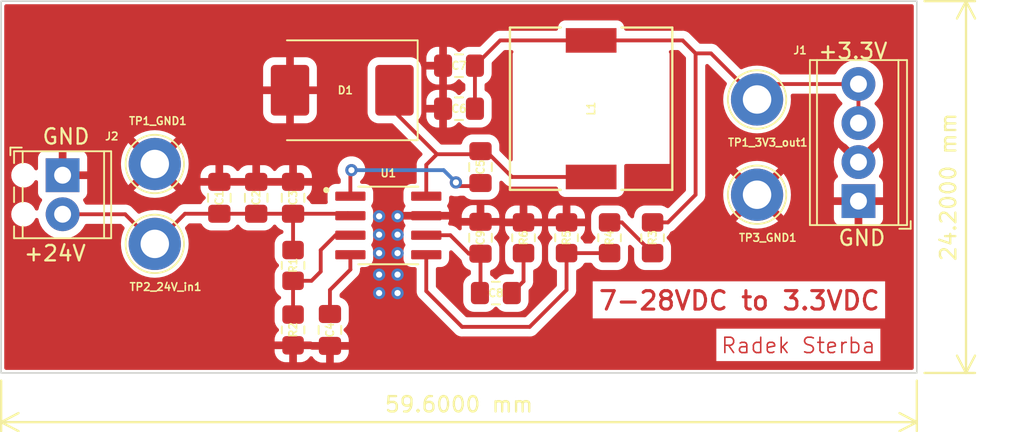
<source format=kicad_pcb>
(kicad_pcb (version 20221018) (generator pcbnew)
  (layers (0 "F.Cu" signal) (31 "B.Cu" signal) (34 "B.Paste" user) (35 "F.Paste" user) (36 "B.SilkS" user "B.Silkscreen") (37 "F.SilkS" user "F.Silkscreen") (38 "B.Mask" user) (39 "F.Mask" user) (44 "Edge.Cuts" user))
  (net 0 "")
  (net 1 "+24V")
  (net 2 "GND")
  (net 3 "Net-(U1-SS)")
  (net 4 "Net-(U1-EN)")
  (net 5 "Net-(D1-K)")
  (net 6 "Net-(U1-BOOT)")
  (net 7 "+3V3")
  (net 8 "Net-(R3-Pad2)")
  (net 9 "Net-(U1-VSENSE)")
  (net 10 "Net-(U1-COMP)")
  (net 11 "Net-(C8-Pad2)")
  (footprint "footprintsr:DR1030" (layer "F.Cu") (at 162.8 79 90)
    (fp_text reference "L1" (at 0 0 90 unlocked) (layer "F.SilkS") (effects (font (size 0.5 0.5) (thickness 0.1))))
    (fp_text value "DR1030-6R8-R")
    (fp_line (start -5.2832 -5.2832) (end 5.2832 -5.2832) (stroke (width 0.1524)) (layer "F.SilkS"))
    (fp_line (start -5.2832 -1.981552) (end -5.2832 -5.2832) (stroke (width 0.1524)) (layer "F.SilkS"))
    (fp_line (start -5.2832 5.2832) (end -5.2832 1.981552) (stroke (width 0.1524)) (layer "F.SilkS"))
    (fp_line (start 5.2832 -5.2832) (end 5.2832 -1.981552) (stroke (width 0.1524)) (layer "F.SilkS"))
    (fp_line (start 5.2832 1.981552) (end 5.2832 5.2832) (stroke (width 0.1524)) (layer "F.SilkS"))
    (fp_line (start 5.2832 5.2832) (end -5.2832 5.2832) (stroke (width 0.1524)) (layer "F.SilkS"))
    (pad "1" smd rect (at -4.445 0 90) (size 1.6002 3.302) (layers "F.Cu" "F.Paste" "F.Mask") (net 5 "Net-(D1-K)"))
    (pad "2" smd rect (at 4.445 0 90) (size 1.6002 3.302) (layers "F.Cu" "F.Paste" "F.Mask") (net 7 "+3V3"))
    (zone (net 0) (net_name "") (layer "F.Cu") (connect_pads (clearance 0)) (min_thickness 0.254)
      (keepout (tracks not_allowed) (vias not_allowed) (pads allowed) (copperpour not_allowed) (footprints allowed))
      (fill (thermal_gap 0.508) (thermal_bridge_width 0.508))
      (polygon (pts (xy 157.6946 82.5941) (xy 157.6946 75.4059) (xy 167.9054 75.4059) (xy 167.9054 82.5941)))
    )
  )
  (footprint "Capacitor_SMD:C_0805_2012Metric_Pad1.18x1.45mm_HandSolder" (layer "F.Cu") (at 155.6 82.8 -90)
    (fp_text reference "C5" (at 0 0 -90) (layer "F.SilkS") (effects (font (size 0.5 0.5) (thickness 0.1))))
    (fp_text value "0.1u" hide)
    (fp_line (start -0.261252 -0.735) (end 0.261252 -0.735) (stroke (width 0.12)) (layer "F.SilkS"))
    (fp_line (start -0.261252 0.735) (end 0.261252 0.735) (stroke (width 0.12)) (layer "F.SilkS"))
    (pad "1" smd roundrect (at -1.0375 0 270) (size 1.175 1.45) (layers "F.Cu" "F.Paste" "F.Mask") (roundrect_rratio 0.2127659574) (net 5 "Net-(D1-K)"))
    (pad "2" smd roundrect (at 1.0375 0 270) (size 1.175 1.45) (layers "F.Cu" "F.Paste" "F.Mask") (roundrect_rratio 0.2127659574) (net 6 "Net-(U1-BOOT)"))
  )
  (footprint "Resistor_SMD:R_0805_2012Metric_Pad1.20x1.40mm_HandSolder" (layer "F.Cu") (at 143.4 89.2 -90)
    (fp_text reference "R1" (at 0 0 -90) (layer "F.SilkS") (effects (font (size 0.5 0.5) (thickness 0.1))))
    (fp_text value "332k" hide)
    (fp_line (start -0.227064 -0.735) (end 0.227064 -0.735) (stroke (width 0.12)) (layer "F.SilkS"))
    (fp_line (start -0.227064 0.735) (end 0.227064 0.735) (stroke (width 0.12)) (layer "F.SilkS"))
    (pad "1" smd roundrect (at -1 0 270) (size 1.2 1.4) (layers "F.Cu" "F.Paste" "F.Mask") (roundrect_rratio 0.2083333333) (net 1 "+24V"))
    (pad "2" smd roundrect (at 1 0 270) (size 1.2 1.4) (layers "F.Cu" "F.Paste" "F.Mask") (roundrect_rratio 0.2083333333) (net 4 "Net-(U1-EN)"))
  )
  (footprint "Capacitor_SMD:C_0805_2012Metric_Pad1.18x1.45mm_HandSolder" (layer "F.Cu") (at 145.8 93.4 -90)
    (fp_text reference "C4" (at 0 0 -90) (layer "F.SilkS") (effects (font (size 0.5 0.5) (thickness 0.1))))
    (fp_text value "0.01u" hide)
    (fp_line (start -0.261252 -0.735) (end 0.261252 -0.735) (stroke (width 0.12)) (layer "F.SilkS"))
    (fp_line (start -0.261252 0.735) (end 0.261252 0.735) (stroke (width 0.12)) (layer "F.SilkS"))
    (pad "1" smd roundrect (at -1.0375 0 270) (size 1.175 1.45) (layers "F.Cu" "F.Paste" "F.Mask") (roundrect_rratio 0.2127659574) (net 3 "Net-(U1-SS)"))
    (pad "2" smd roundrect (at 1.0375 0 270) (size 1.175 1.45) (layers "F.Cu" "F.Paste" "F.Mask") (roundrect_rratio 0.2127659574) (net 2 "GND"))
  )
  (footprint "Capacitor_SMD:C_0805_2012Metric_Pad1.18x1.45mm_HandSolder" (layer "F.Cu") (at 156.6 91)
    (fp_text reference "C8" (at 0 0 180) (layer "F.SilkS") (effects (font (size 0.5 0.5) (thickness 0.1))))
    (fp_text value "1000p" hide)
    (fp_line (start -0.261252 -0.735) (end 0.261252 -0.735) (stroke (width 0.12)) (layer "F.SilkS"))
    (fp_line (start -0.261252 0.735) (end 0.261252 0.735) (stroke (width 0.12)) (layer "F.SilkS"))
    (pad "1" smd roundrect (at -1.0375 0) (size 1.175 1.45) (layers "F.Cu" "F.Paste" "F.Mask") (roundrect_rratio 0.2127659574) (net 10 "Net-(U1-COMP)"))
    (pad "2" smd roundrect (at 1.0375 0) (size 1.175 1.45) (layers "F.Cu" "F.Paste" "F.Mask") (roundrect_rratio 0.2127659574) (net 11 "Net-(C8-Pad2)"))
  )
  (footprint "Diode_SMD:D_SMC" (layer "F.Cu") (at 146.6 77.8 180)
    (fp_text reference "D1" (at -0.2 0) (layer "F.SilkS") (effects (font (size 0.5 0.5) (thickness 0.1))))
    (fp_text value "B340")
    (fp_line (start -4.91 -3.25) (end 3.6 -3.25) (stroke (width 0.12)) (layer "F.SilkS"))
    (fp_line (start -4.91 3.25) (end -4.91 -3.25) (stroke (width 0.12)) (layer "F.SilkS"))
    (fp_line (start -4.91 3.25) (end 3.6 3.25) (stroke (width 0.12)) (layer "F.SilkS"))
    (pad "1" smd roundrect (at -3.4 0 270) (size 3.3 2.5) (layers "F.Cu" "F.Paste" "F.Mask") (roundrect_rratio 0.1) (net 5 "Net-(D1-K)"))
    (pad "2" smd roundrect (at 3.4 0 270) (size 3.3 2.5) (layers "F.Cu" "F.Paste" "F.Mask") (roundrect_rratio 0.1) (net 2 "GND"))
  )
  (footprint "Resistor_SMD:R_0805_2012Metric_Pad1.20x1.40mm_HandSolder" (layer "F.Cu") (at 161.2 87.4 90)
    (fp_text reference "R5" (at 0 0 270) (layer "F.SilkS") (effects (font (size 0.5 0.5) (thickness 0.1))))
    (fp_text value "3.24k" hide)
    (fp_line (start -0.227064 -0.735) (end 0.227064 -0.735) (stroke (width 0.12)) (layer "F.SilkS"))
    (fp_line (start -0.227064 0.735) (end 0.227064 0.735) (stroke (width 0.12)) (layer "F.SilkS"))
    (pad "1" smd roundrect (at -1 0 90) (size 1.2 1.4) (layers "F.Cu" "F.Paste" "F.Mask") (roundrect_rratio 0.2083333333) (net 9 "Net-(U1-VSENSE)"))
    (pad "2" smd roundrect (at 1 0 90) (size 1.2 1.4) (layers "F.Cu" "F.Paste" "F.Mask") (roundrect_rratio 0.2083333333) (net 2 "GND"))
  )
  (footprint "Capacitor_SMD:C_0805_2012Metric_Pad1.18x1.45mm_HandSolder" (layer "F.Cu") (at 155.6 87.4 90)
    (fp_text reference "C9" (at 0 0 270) (layer "F.SilkS") (effects (font (size 0.5 0.5) (thickness 0.1))))
    (fp_text value "47p" hide)
    (fp_line (start -0.261252 -0.735) (end 0.261252 -0.735) (stroke (width 0.12)) (layer "F.SilkS"))
    (fp_line (start -0.261252 0.735) (end 0.261252 0.735) (stroke (width 0.12)) (layer "F.SilkS"))
    (pad "1" smd roundrect (at -1.0375 0 90) (size 1.175 1.45) (layers "F.Cu" "F.Paste" "F.Mask") (roundrect_rratio 0.2127659574) (net 10 "Net-(U1-COMP)"))
    (pad "2" smd roundrect (at 1.0375 0 90) (size 1.175 1.45) (layers "F.Cu" "F.Paste" "F.Mask") (roundrect_rratio 0.2127659574) (net 2 "GND"))
  )
  (footprint "TestPoint:TestPoint_Loop_D2.50mm_Drill1.85mm" (layer "F.Cu") (at 134.4 82.6)
    (fp_text reference "TP1_GND1" (at 0.2 -2.8) (layer "F.SilkS") (effects (font (size 0.5 0.5) (thickness 0.1) bold)))
    (fp_text value "~")
    (fp_circle (center 0 0) (end 1.9 0) (stroke (width 0.12)) (fill none) (layer "F.SilkS"))
    (pad "1" thru_hole circle (at 0 0) (size 3.4 3.4) (drill 1.85) (layers "*.Cu" "*.Mask") (net 2 "GND"))
  )
  (footprint "Capacitor_SMD:C_0805_2012Metric_Pad1.18x1.45mm_HandSolder" (layer "F.Cu") (at 143.4 84.8 90)
    (fp_text reference "C3" (at 0 0 270) (layer "F.SilkS") (effects (font (size 0.5 0.5) (thickness 0.1))))
    (fp_text value "0.01u" hide)
    (fp_line (start -0.261252 -0.735) (end 0.261252 -0.735) (stroke (width 0.12)) (layer "F.SilkS"))
    (fp_line (start -0.261252 0.735) (end 0.261252 0.735) (stroke (width 0.12)) (layer "F.SilkS"))
    (pad "1" smd roundrect (at -1.0375 0 90) (size 1.175 1.45) (layers "F.Cu" "F.Paste" "F.Mask") (roundrect_rratio 0.2127659574) (net 1 "+24V"))
    (pad "2" smd roundrect (at 1.0375 0 90) (size 1.175 1.45) (layers "F.Cu" "F.Paste" "F.Mask") (roundrect_rratio 0.2127659574) (net 2 "GND"))
  )
  (footprint "Capacitor_SMD:C_0805_2012Metric_Pad1.18x1.45mm_HandSolder" (layer "F.Cu") (at 141 84.8 90)
    (fp_text reference "C2" (at 0 0 270) (layer "F.SilkS") (effects (font (size 0.5 0.5) (thickness 0.1))))
    (fp_text value "4.7u" hide)
    (fp_line (start -0.261252 -0.735) (end 0.261252 -0.735) (stroke (width 0.12)) (layer "F.SilkS"))
    (fp_line (start -0.261252 0.735) (end 0.261252 0.735) (stroke (width 0.12)) (layer "F.SilkS"))
    (pad "1" smd roundrect (at -1.0375 0 90) (size 1.175 1.45) (layers "F.Cu" "F.Paste" "F.Mask") (roundrect_rratio 0.2127659574) (net 1 "+24V"))
    (pad "2" smd roundrect (at 1.0375 0 90) (size 1.175 1.45) (layers "F.Cu" "F.Paste" "F.Mask") (roundrect_rratio 0.2127659574) (net 2 "GND"))
  )
  (footprint "TestPoint:TestPoint_Loop_D2.50mm_Drill1.85mm" (layer "F.Cu") (at 173.6 84.6)
    (fp_text reference "TP3_GND1" (at 0.7 2.8) (layer "F.SilkS") (effects (font (size 0.5 0.5) (thickness 0.1) bold)))
    (fp_text value "~")
    (fp_circle (center 0 0) (end 1.9 0) (stroke (width 0.12)) (fill none) (layer "F.SilkS"))
    (pad "1" thru_hole circle (at 0 0) (size 3.4 3.4) (drill 1.85) (layers "*.Cu" "*.Mask") (net 2 "GND"))
  )
  (footprint "TerminalBlock_Phoenix:TerminalBlock_Phoenix_MPT-0,5-2-2.54_1x02_P2.54mm_Horizontal" (layer "F.Cu") (at 128.4 83.33 -90)
    (fp_text reference "J2" (at -2.53 -3.2 -180) (layer "F.SilkS") (effects (font (size 0.5 0.5) (thickness 0.1))))
    (fp_text value "Screw_Terminal_01x02" hide)
    (fp_line (start -1.8 2.66) (end -1.8 3.4) (stroke (width 0.12)) (layer "F.SilkS"))
    (fp_line (start -1.8 3.4) (end -1.3 3.4) (stroke (width 0.12)) (layer "F.SilkS"))
    (fp_line (start -1.56 -3.16) (end -1.56 3.16) (stroke (width 0.12)) (layer "F.SilkS"))
    (fp_line (start -1.56 -3.16) (end 4.1 -3.16) (stroke (width 0.12)) (layer "F.SilkS"))
    (fp_line (start -1.56 -2.7) (end 4.1 -2.7) (stroke (width 0.12)) (layer "F.SilkS"))
    (fp_line (start -1.56 2.6) (end -0.79 2.6) (stroke (width 0.12)) (layer "F.SilkS"))
    (fp_line (start -1.56 3.16) (end -0.79 3.16) (stroke (width 0.12)) (layer "F.SilkS"))
    (fp_line (start 0.79 2.6) (end 1.75 2.6) (stroke (width 0.12)) (layer "F.SilkS"))
    (fp_line (start 0.79 3.16) (end 1.75 3.16) (stroke (width 0.12)) (layer "F.SilkS"))
    (fp_line (start 3.33 2.6) (end 4.1 2.6) (stroke (width 0.12)) (layer "F.SilkS"))
    (fp_line (start 3.33 3.16) (end 4.1 3.16) (stroke (width 0.12)) (layer "F.SilkS"))
    (fp_line (start 4.1 -3.16) (end 4.1 3.16) (stroke (width 0.12)) (layer "F.SilkS"))
    (pad "" np_thru_hole circle (at 0 2.54 270) (size 1.1 1.1) (drill 1.1) (layers "*.Cu" "*.Mask"))
    (pad "" np_thru_hole circle (at 2.54 2.54 270) (size 1.1 1.1) (drill 1.1) (layers "*.Cu" "*.Mask"))
    (pad "1" thru_hole rect (at 0 0 270) (size 2.2 2.2) (drill 1.1) (layers "*.Cu" "*.Mask") (net 2 "GND"))
    (pad "2" thru_hole circle (at 2.54 0 270) (size 2.2 2.2) (drill 1.1) (layers "*.Cu" "*.Mask") (net 1 "+24V"))
  )
  (footprint "Capacitor_SMD:C_0805_2012Metric_Pad1.18x1.45mm_HandSolder" (layer "F.Cu") (at 154.2 76.2 180)
    (fp_text reference "C7" (at 0 0) (layer "F.SilkS") (effects (font (size 0.5 0.5) (thickness 0.1))))
    (fp_text value "47u" hide)
    (fp_line (start -0.261252 -0.735) (end 0.261252 -0.735) (stroke (width 0.12)) (layer "F.SilkS"))
    (fp_line (start -0.261252 0.735) (end 0.261252 0.735) (stroke (width 0.12)) (layer "F.SilkS"))
    (pad "1" smd roundrect (at -1.0375 0 180) (size 1.175 1.45) (layers "F.Cu" "F.Paste" "F.Mask") (roundrect_rratio 0.2127659574) (net 7 "+3V3"))
    (pad "2" smd roundrect (at 1.0375 0 180) (size 1.175 1.45) (layers "F.Cu" "F.Paste" "F.Mask") (roundrect_rratio 0.2127659574) (net 2 "GND"))
  )
  (footprint "TerminalBlock_Phoenix:TerminalBlock_Phoenix_MPT-0,5-4-2.54_1x04_P2.54mm_Horizontal" (layer "F.Cu") (at 180.2 85.015 90)
    (fp_text reference "J1" (at 9.815 -3.8 180) (layer "F.SilkS") (effects (font (size 0.5 0.5) (thickness 0.1))))
    (fp_text value "Screw_Terminal_01x04" hide)
    (fp_line (start -1.8 2.66) (end -1.8 3.4) (stroke (width 0.12)) (layer "F.SilkS"))
    (fp_line (start -1.8 3.4) (end -1.3 3.4) (stroke (width 0.12)) (layer "F.SilkS"))
    (fp_line (start -1.56 -3.16) (end -1.56 3.16) (stroke (width 0.12)) (layer "F.SilkS"))
    (fp_line (start -1.56 -3.16) (end 9.18 -3.16) (stroke (width 0.12)) (layer "F.SilkS"))
    (fp_line (start -1.56 -2.7) (end 9.18 -2.7) (stroke (width 0.12)) (layer "F.SilkS"))
    (fp_line (start -1.56 2.6) (end 9.18 2.6) (stroke (width 0.12)) (layer "F.SilkS"))
    (fp_line (start -1.56 3.16) (end 9.18 3.16) (stroke (width 0.12)) (layer "F.SilkS"))
    (fp_line (start 9.18 -3.16) (end 9.18 3.16) (stroke (width 0.12)) (layer "F.SilkS"))
    (pad "1" thru_hole rect (at 0 0 90) (size 2.2 2.2) (drill 1.1) (layers "*.Cu" "*.Mask") (net 2 "GND"))
    (pad "2" thru_hole circle (at 2.54 0 90) (size 2.2 2.2) (drill 1.1) (layers "*.Cu" "*.Mask") (net 2 "GND"))
    (pad "3" thru_hole circle (at 5.08 0 90) (size 2.2 2.2) (drill 1.1) (layers "*.Cu" "*.Mask") (net 7 "+3V3"))
    (pad "4" thru_hole circle (at 7.62 0 90) (size 2.2 2.2) (drill 1.1) (layers "*.Cu" "*.Mask") (net 7 "+3V3"))
  )
  (footprint "TestPoint:TestPoint_Loop_D2.50mm_Drill1.85mm" (layer "F.Cu") (at 134.4 87.8)
    (fp_text reference "TP2_24V_in1" (at 0.7 2.8) (layer "F.SilkS") (effects (font (size 0.5 0.5) (thickness 0.1) bold)))
    (fp_text value "~")
    (fp_circle (center 0 0) (end 1.9 0) (stroke (width 0.12)) (fill none) (layer "F.SilkS"))
    (pad "1" thru_hole circle (at 0 0) (size 3.4 3.4) (drill 1.85) (layers "*.Cu" "*.Mask") (net 1 "+24V"))
  )
  (footprint "Resistor_SMD:R_0805_2012Metric_Pad1.20x1.40mm_HandSolder" (layer "F.Cu") (at 158.4 87.4 90)
    (fp_text reference "R6" (at 0 0 270) (layer "F.SilkS") (effects (font (size 0.5 0.5) (thickness 0.1))))
    (fp_text value "29.4k" hide)
    (fp_line (start -0.227064 -0.735) (end 0.227064 -0.735) (stroke (width 0.12)) (layer "F.SilkS"))
    (fp_line (start -0.227064 0.735) (end 0.227064 0.735) (stroke (width 0.12)) (layer "F.SilkS"))
    (pad "1" smd roundrect (at -1 0 90) (size 1.2 1.4) (layers "F.Cu" "F.Paste" "F.Mask") (roundrect_rratio 0.2083333333) (net 11 "Net-(C8-Pad2)"))
    (pad "2" smd roundrect (at 1 0 90) (size 1.2 1.4) (layers "F.Cu" "F.Paste" "F.Mask") (roundrect_rratio 0.2083333333) (net 2 "GND"))
  )
  (footprint "TPS54331DR:SOIC127P599X175-8N" (layer "F.Cu") (at 149.6 86.6)
    (fp_text reference "U1" (at 0 -3.4) (layer "F.SilkS") (effects (font (size 0.5 0.5) (thickness 0.1))))
    (fp_text value "TPS54331DR" hide)
    (fp_line (start -1.95 -2.525) (end 1.95 -2.525) (stroke (width 0.127)) (layer "F.SilkS"))
    (fp_line (start -1.95 2.525) (end 1.95 2.525) (stroke (width 0.127)) (layer "F.SilkS"))
    (fp_circle (center -4.04 -2.305) (end -3.94 -2.305) (stroke (width 0.2)) (fill none) (layer "F.SilkS"))
    (pad "1" smd roundrect (at -2.47 -1.905) (size 1.97 0.6) (layers "F.Cu" "F.Paste" "F.Mask") (roundrect_rratio 0.125) (net 6 "Net-(U1-BOOT)"))
    (pad "2" smd roundrect (at -2.47 -0.635) (size 1.97 0.6) (layers "F.Cu" "F.Paste" "F.Mask") (roundrect_rratio 0.125) (net 1 "+24V"))
    (pad "3" smd roundrect (at -2.47 0.635) (size 1.97 0.6) (layers "F.Cu" "F.Paste" "F.Mask") (roundrect_rratio 0.125) (net 4 "Net-(U1-EN)"))
    (pad "4" smd roundrect (at -2.47 1.905) (size 1.97 0.6) (layers "F.Cu" "F.Paste" "F.Mask") (roundrect_rratio 0.125) (net 3 "Net-(U1-SS)"))
    (pad "5" smd roundrect (at 2.47 1.905) (size 1.97 0.6) (layers "F.Cu" "F.Paste" "F.Mask") (roundrect_rratio 0.125) (net 9 "Net-(U1-VSENSE)"))
    (pad "6" smd roundrect (at 2.47 0.635) (size 1.97 0.6) (layers "F.Cu" "F.Paste" "F.Mask") (roundrect_rratio 0.125) (net 10 "Net-(U1-COMP)"))
    (pad "7" smd roundrect (at 2.47 -0.635) (size 1.97 0.6) (layers "F.Cu" "F.Paste" "F.Mask") (roundrect_rratio 0.125) (net 2 "GND"))
    (pad "8" smd roundrect (at 2.47 -1.905) (size 1.97 0.6) (layers "F.Cu" "F.Paste" "F.Mask") (roundrect_rratio 0.125) (net 5 "Net-(D1-K)"))
  )
  (footprint "Capacitor_SMD:C_0805_2012Metric_Pad1.18x1.45mm_HandSolder" (layer "F.Cu") (at 138.6 84.8 90)
    (fp_text reference "C1" (at 0 0 270) (layer "F.SilkS") (effects (font (size 0.5 0.5) (thickness 0.1))))
    (fp_text value "4.7u" hide)
    (fp_line (start -0.261252 -0.735) (end 0.261252 -0.735) (stroke (width 0.12)) (layer "F.SilkS"))
    (fp_line (start -0.261252 0.735) (end 0.261252 0.735) (stroke (width 0.12)) (layer "F.SilkS"))
    (pad "1" smd roundrect (at -1.0375 0 90) (size 1.175 1.45) (layers "F.Cu" "F.Paste" "F.Mask") (roundrect_rratio 0.2127659574) (net 1 "+24V"))
    (pad "2" smd roundrect (at 1.0375 0 90) (size 1.175 1.45) (layers "F.Cu" "F.Paste" "F.Mask") (roundrect_rratio 0.2127659574) (net 2 "GND"))
  )
  (footprint "Resistor_SMD:R_0805_2012Metric_Pad1.20x1.40mm_HandSolder" (layer "F.Cu") (at 164 87.4 -90)
    (fp_text reference "R4" (at 0 0 -90) (layer "F.SilkS") (effects (font (size 0.5 0.5) (thickness 0.1))))
    (fp_text value "10.2k" hide)
    (fp_line (start -0.227064 -0.735) (end 0.227064 -0.735) (stroke (width 0.12)) (layer "F.SilkS"))
    (fp_line (start -0.227064 0.735) (end 0.227064 0.735) (stroke (width 0.12)) (layer "F.SilkS"))
    (pad "1" smd roundrect (at -1 0 270) (size 1.2 1.4) (layers "F.Cu" "F.Paste" "F.Mask") (roundrect_rratio 0.2083333333) (net 8 "Net-(R3-Pad2)"))
    (pad "2" smd roundrect (at 1 0 270) (size 1.2 1.4) (layers "F.Cu" "F.Paste" "F.Mask") (roundrect_rratio 0.2083333333) (net 9 "Net-(U1-VSENSE)"))
  )
  (footprint "Resistor_SMD:R_0805_2012Metric_Pad1.20x1.40mm_HandSolder" (layer "F.Cu") (at 166.8 87.4 -90)
    (fp_text reference "R3" (at 0 0 -90) (layer "F.SilkS") (effects (font (size 0.5 0.5) (thickness 0.1))))
    (fp_text value "0" hide)
    (fp_line (start -0.227064 -0.735) (end 0.227064 -0.735) (stroke (width 0.12)) (layer "F.SilkS"))
    (fp_line (start -0.227064 0.735) (end 0.227064 0.735) (stroke (width 0.12)) (layer "F.SilkS"))
    (pad "1" smd roundrect (at -1 0 270) (size 1.2 1.4) (layers "F.Cu" "F.Paste" "F.Mask") (roundrect_rratio 0.2083333333) (net 7 "+3V3"))
    (pad "2" smd roundrect (at 1 0 270) (size 1.2 1.4) (layers "F.Cu" "F.Paste" "F.Mask") (roundrect_rratio 0.2083333333) (net 8 "Net-(R3-Pad2)"))
  )
  (footprint "TestPoint:TestPoint_Loop_D2.50mm_Drill1.85mm" (layer "F.Cu") (at 173.6 78.4)
    (fp_text reference "TP1_3V3_out1" (at 0.7 2.8) (layer "F.SilkS") (effects (font (size 0.5 0.5) (thickness 0.1) bold)))
    (fp_text value "~")
    (fp_circle (center 0 0) (end 1.9 0) (stroke (width 0.12)) (fill none) (layer "F.SilkS"))
    (pad "1" thru_hole circle (at 0 0) (size 3.4 3.4) (drill 1.85) (layers "*.Cu" "*.Mask") (net 7 "+3V3"))
  )
  (footprint "Capacitor_SMD:C_0805_2012Metric_Pad1.18x1.45mm_HandSolder" (layer "F.Cu") (at 154.2 79 180)
    (fp_text reference "C6" (at 0 0) (layer "F.SilkS") (effects (font (size 0.5 0.5) (thickness 0.1))))
    (fp_text value "47u" hide)
    (fp_line (start -0.261252 -0.735) (end 0.261252 -0.735) (stroke (width 0.12)) (layer "F.SilkS"))
    (fp_line (start -0.261252 0.735) (end 0.261252 0.735) (stroke (width 0.12)) (layer "F.SilkS"))
    (pad "1" smd roundrect (at -1.0375 0 180) (size 1.175 1.45) (layers "F.Cu" "F.Paste" "F.Mask") (roundrect_rratio 0.2127659574) (net 7 "+3V3"))
    (pad "2" smd roundrect (at 1.0375 0 180) (size 1.175 1.45) (layers "F.Cu" "F.Paste" "F.Mask") (roundrect_rratio 0.2127659574) (net 2 "GND"))
  )
  (footprint "Resistor_SMD:R_0805_2012Metric_Pad1.20x1.40mm_HandSolder" (layer "F.Cu") (at 143.4 93.4 -90)
    (fp_text reference "R2" (at 0 0 -90) (layer "F.SilkS") (effects (font (size 0.5 0.5) (thickness 0.1))))
    (fp_text value "68.1k" hide)
    (fp_line (start -0.227064 -0.735) (end 0.227064 -0.735) (stroke (width 0.12)) (layer "F.SilkS"))
    (fp_line (start -0.227064 0.735) (end 0.227064 0.735) (stroke (width 0.12)) (layer "F.SilkS"))
    (pad "1" smd roundrect (at -1 0 270) (size 1.2 1.4) (layers "F.Cu" "F.Paste" "F.Mask") (roundrect_rratio 0.2083333333) (net 4 "Net-(U1-EN)"))
    (pad "2" smd roundrect (at 1 0 270) (size 1.2 1.4) (layers "F.Cu" "F.Paste" "F.Mask") (roundrect_rratio 0.2083333333) (net 2 "GND"))
  )
  (gr_rect (start 124.4 72) (end 184 96.2) (stroke (width 0.1)) (fill none) (layer "Edge.Cuts"))
  (gr_text "Radek Sterba" (at 171.2 95) (layer "F.Cu") (effects (font (size 1 1) (thickness 0.1)) (justify left bottom)))
  (gr_text "7-28VDC to 3.3VDC" (at 163.2 92.2) (layer "F.Cu") (effects (font (size 1.2 1.2) (thickness 0.2) bold) (justify left bottom)))
  (gr_text "GND" (at 178.8 88) (layer "F.SilkS") (effects (font (size 1 1)) (justify left bottom)))
  (gr_text "+24V\n" (at 125.8 89) (layer "F.SilkS") (effects (font (size 1 1)) (justify left bottom)))
  (gr_text "+3.3V" (at 177.5 75.835) (layer "F.SilkS") (effects (font (size 1 1)) (justify left bottom)))
  (gr_text "GND" (at 127 81.4) (layer "F.SilkS") (effects (font (size 1 1)) (justify left bottom)))
  (dimension (type aligned) (layer "F.SilkS") (pts (xy 184 96.2) (xy 184 72)) (height 3.2) (gr_text "24.2000 mm" (at 186.05 84.1 90) (layer "F.SilkS") (effects (font (size 1 1) (thickness 0.15)))) (format (prefix "") (suffix "") (units 3) (units_format 1) (precision 4)) (style (thickness 0.15) (arrow_length 1.27) (text_position_mode 0) (extension_height 0.58642) (extension_offset 0.5) keep_text_aligned))
  (dimension (type aligned) (layer "F.SilkS") (pts (xy 124.4 96.2) (xy 184 96.2)) (height 3.2) (gr_text "59.6000 mm" (at 154.2 98.25) (layer "F.SilkS") (effects (font (size 1 1) (thickness 0.15)))) (format (prefix "") (suffix "") (units 3) (units_format 1) (precision 4)) (style (thickness 0.15) (arrow_length 1.27) (text_position_mode 0) (extension_height 0.58642) (extension_offset 0.5) keep_text_aligned))
  (segment (start 146.965 85.8) (end 147.13 85.965) (width 0.25) (layer "F.Cu") (net 1))
  (segment (start 141 85.8375) (end 143.4 85.8375) (width 0.25) (layer "F.Cu") (net 1))
  (segment (start 132.47 85.87) (end 134.4 87.8) (width 0.25) (layer "F.Cu") (net 1))
  (segment (start 147.13 85.965) (end 147.0025 85.8375) (width 0.25) (layer "F.Cu") (net 1))
  (segment (start 128.4 85.87) (end 132.47 85.87) (width 0.25) (layer "F.Cu") (net 1))
  (segment (start 136.3625 85.8375) (end 138.6 85.8375) (width 0.25) (layer "F.Cu") (net 1))
  (segment (start 143.4 88.2) (end 143.4 85.8375) (width 0.25) (layer "F.Cu") (net 1))
  (segment (start 134.4 87.8) (end 136.3625 85.8375) (width 0.25) (layer "F.Cu") (net 1))
  (segment (start 138.6 85.8375) (end 141 85.8375) (width 0.25) (layer "F.Cu") (net 1))
  (segment (start 147.0025 85.8375) (end 143.4 85.8375) (width 0.25) (layer "F.Cu") (net 1))
  (via (at 150.2 89.8) (size 0.8) (drill 0.4) (layers "F.Cu" "B.Cu") (net 2))
  (via (at 149 89.8) (size 0.8) (drill 0.4) (layers "F.Cu" "B.Cu") (net 2))
  (via (at 149 88.4) (size 0.8) (drill 0.4) (layers "F.Cu" "B.Cu") (net 2))
  (via (at 150.2 87.2) (size 0.8) (drill 0.4) (layers "F.Cu" "B.Cu") (net 2))
  (via (at 149 87.2) (size 0.8) (drill 0.4) (layers "F.Cu" "B.Cu") (net 2))
  (via (at 150.2 86) (size 0.8) (drill 0.4) (layers "F.Cu" "B.Cu") (net 2))
  (via (at 150.2 88.4) (size 0.8) (drill 0.4) (layers "F.Cu" "B.Cu") (net 2))
  (via (at 149 91) (size 0.8) (drill 0.4) (layers "F.Cu" "B.Cu") (net 2))
  (via (at 150.2 91) (size 0.8) (drill 0.4) (layers "F.Cu" "B.Cu") (net 2))
  (via (at 149 86) (size 0.8) (drill 0.4) (layers "F.Cu" "B.Cu") (net 2))
  (segment (start 147.13 89.47) (end 147.13 88.505) (width 0.25) (layer "F.Cu") (net 3))
  (segment (start 145.8 90.8) (end 147.13 89.47) (width 0.25) (layer "F.Cu") (net 3))
  (segment (start 145.8 92.3625) (end 145.8 90.8) (width 0.25) (layer "F.Cu") (net 3))
  (segment (start 146.165 87.235) (end 147.13 87.235) (width 0.25) (layer "F.Cu") (net 4))
  (segment (start 143.4 90.2) (end 143.4 92.4) (width 0.25) (layer "F.Cu") (net 4))
  (segment (start 145.2 89.6) (end 144.6 90.2) (width 0.25) (layer "F.Cu") (net 4))
  (segment (start 145.2 88.2) (end 145.2 89.6) (width 0.25) (layer "F.Cu") (net 4))
  (segment (start 145.2 88.2) (end 146.165 87.235) (width 0.25) (layer "F.Cu") (net 4))
  (segment (start 144.6 90.2) (end 143.4 90.2) (width 0.25) (layer "F.Cu") (net 4))
  (segment (start 150 79.2) (end 152.7625 81.9625) (width 0.25) (layer "F.Cu") (net 5))
  (segment (start 152.7625 81.9625) (end 152.07 82.655) (width 0.25) (layer "F.Cu") (net 5))
  (segment (start 157.645 83.445) (end 156.1625 81.9625) (width 0.25) (layer "F.Cu") (net 5))
  (segment (start 156.1625 81.9625) (end 155.6 81.9625) (width 0.25) (layer "F.Cu") (net 5))
  (segment (start 152.07 82.655) (end 152.07 84.695) (width 0.25) (layer "F.Cu") (net 5))
  (segment (start 162.8 83.445) (end 157.645 83.445) (width 0.25) (layer "F.Cu") (net 5))
  (segment (start 152.7625 81.9625) (end 155.6 81.9625) (width 0.25) (layer "F.Cu") (net 5))
  (segment (start 150 77.8) (end 150 79.2) (width 0.25) (layer "F.Cu") (net 5))
  (segment (start 147.13 84.695) (end 147.13 83.07) (width 0.25) (layer "F.Cu") (net 6))
  (segment (start 147.13 83.07) (end 147.2 83) (width 0.25) (layer "F.Cu") (net 6))
  (segment (start 154.2375 84.0375) (end 155.6 84.0375) (width 0.25) (layer "F.Cu") (net 6))
  (segment (start 154 83.8) (end 154.2375 84.0375) (width 0.25) (layer "F.Cu") (net 6))
  (via (at 147.2 83) (size 0.8) (drill 0.4) (layers "F.Cu" "B.Cu") (net 6))
  (via (at 154 83.8) (size 0.8) (drill 0.4) (layers "F.Cu" "B.Cu") (net 6))
  (segment (start 153.2 83) (end 154 83.8) (width 0.25) (layer "B.Cu") (net 6))
  (segment (start 147.2 83) (end 153.2 83) (width 0.25) (layer "B.Cu") (net 6))
  (segment (start 169.6 84.6) (end 167.8 86.4) (width 0.25) (layer "F.Cu") (net 7))
  (segment (start 169.6 75.4) (end 168.755 74.555) (width 0.25) (layer "F.Cu") (net 7))
  (segment (start 155.2375 76.2) (end 156.8825 74.555) (width 0.25) (layer "F.Cu") (net 7))
  (segment (start 180.2 77.395) (end 174.605 77.395) (width 0.25) (layer "F.Cu") (net 7))
  (segment (start 169.6 84.6) (end 169.6 75.4) (width 0.25) (layer "F.Cu") (net 7))
  (segment (start 169.6 75.4) (end 170.6 75.4) (width 0.25) (layer "F.Cu") (net 7))
  (segment (start 156.8825 74.555) (end 162.8 74.555) (width 0.25) (layer "F.Cu") (net 7))
  (segment (start 168.755 74.555) (end 162.8 74.555) (width 0.25) (layer "F.Cu") (net 7))
  (segment (start 174.605 77.395) (end 173.6 78.4) (width 0.25) (layer "F.Cu") (net 7))
  (segment (start 180.2 77.395) (end 180.2 79.935) (width 0.25) (layer "F.Cu") (net 7))
  (segment (start 170.6 75.4) (end 173.6 78.4) (width 0.25) (layer "F.Cu") (net 7))
  (segment (start 155.2375 79) (end 155.2375 76.2) (width 0.25) (layer "F.Cu") (net 7))
  (segment (start 167.8 86.4) (end 166.8 86.4) (width 0.25) (layer "F.Cu") (net 7))
  (segment (start 164.8 86.4) (end 164 86.4) (width 0.25) (layer "F.Cu") (net 8))
  (segment (start 166.8 88.4) (end 164.8 86.4) (width 0.25) (layer "F.Cu") (net 8))
  (segment (start 154.4 93.2) (end 158.8 93.2) (width 0.25) (layer "F.Cu") (net 9))
  (segment (start 161.2 90.8) (end 161.2 88.4) (width 0.25) (layer "F.Cu") (net 9))
  (segment (start 152.07 88.505) (end 152.07 90.87) (width 0.25) (layer "F.Cu") (net 9))
  (segment (start 152.07 90.87) (end 154.4 93.2) (width 0.25) (layer "F.Cu") (net 9))
  (segment (start 158.8 93.2) (end 161.2 90.8) (width 0.25) (layer "F.Cu") (net 9))
  (segment (start 161.2 88.4) (end 164 88.4) (width 0.25) (layer "F.Cu") (net 9))
  (segment (start 155.6 88.4375) (end 155.6 90.9625) (width 0.25) (layer "F.Cu") (net 10))
  (segment (start 155.6 90.9625) (end 155.5625 91) (width 0.25) (layer "F.Cu") (net 10))
  (segment (start 154.8375 88.4375) (end 155.6 88.4375) (width 0.25) (layer "F.Cu") (net 10))
  (segment (start 152.07 87.235) (end 153.635 87.235) (width 0.25) (layer "F.Cu") (net 10))
  (segment (start 153.635 87.235) (end 154.8375 88.4375) (width 0.25) (layer "F.Cu") (net 10))
  (segment (start 158.4 90.2375) (end 158.4 88.4) (width 0.25) (layer "F.Cu") (net 11))
  (segment (start 157.6375 91) (end 158.4 90.2375) (width 0.25) (layer "F.Cu") (net 11))
  (zone (net 2) (net_name "GND") (layer "F.Cu") (connect_pads (clearance 0.5)) (min_thickness 0.25) (fill yes (thermal_gap 0.5) (thermal_bridge_width 0.5))
    (polygon (pts (xy 124.6 72.2) (xy 183.8 72.2) (xy 183.8 96) (xy 124.6 96)))
  )
)
</source>
